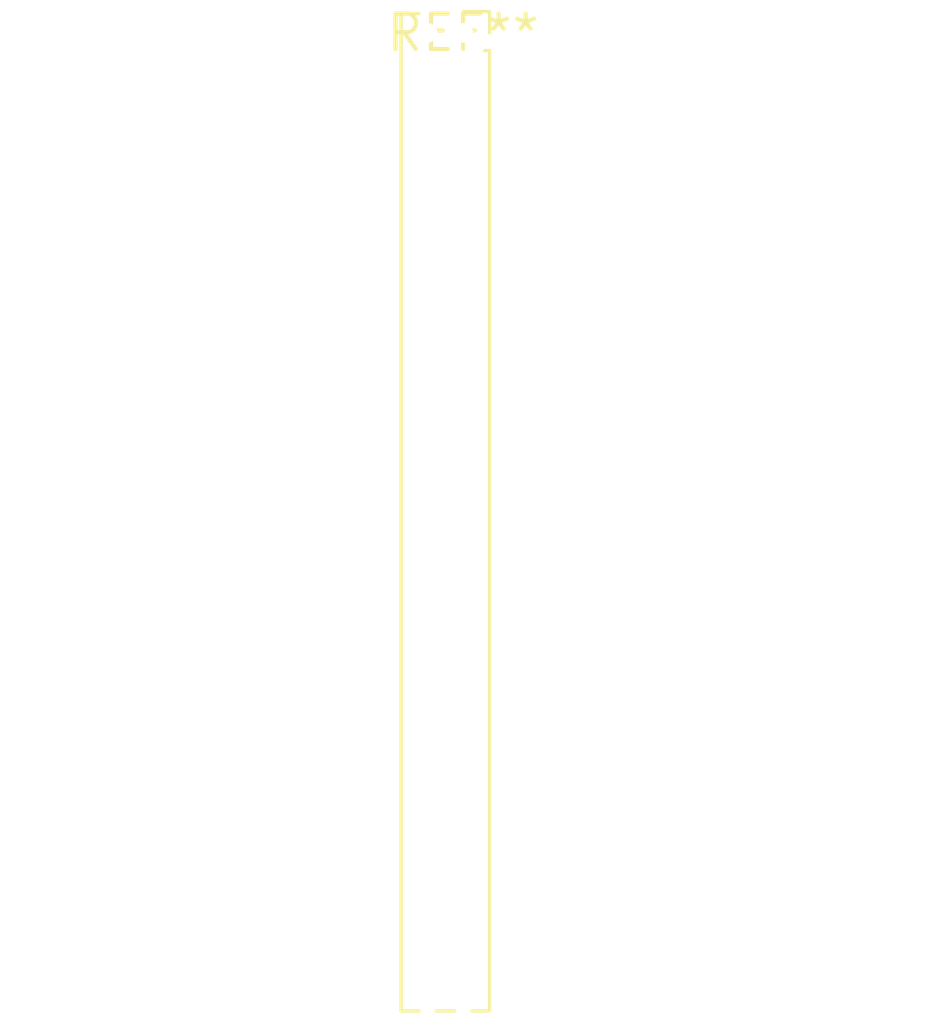
<source format=kicad_pcb>
(kicad_pcb (version 20240108) (generator pcbnew)
  (layers (0 "F.Cu" signal) (31 "B.Cu" signal) (34 "B.Paste" user) (35 "F.Paste" user) (36 "B.SilkS" user "B.Silkscreen") (37 "F.SilkS" user "F.Silkscreen") (38 "B.Mask" user) (39 "F.Mask" user) (44 "Edge.Cuts" user))
  (net 0 "")
  (footprint "PinSocket_2x28_P1.27mm_Vertical" (layer "F.Cu") (at 0 0)
    (property "Reference" "REF**")
    (property "Value" "PinSocket_2x28_P1.27mm_Vertical")
    (fp_line (start -2.22 -0.695) (end -2.22 34.985) (layer "F.SilkS") (stroke (width 0.12)))
    (fp_line (start -2.22 -0.695) (end -1.57753 -0.695) (layer "F.SilkS") (stroke (width 0.12)))
    (fp_line (start -2.22 34.985) (end -1.57753 34.985) (layer "F.SilkS") (stroke (width 0.12)))
    (fp_line (start -0.96247 -0.695) (end -0.76 -0.695) (layer "F.SilkS") (stroke (width 0.12)))
    (fp_line (start -0.96247 34.985) (end -0.30753 34.985) (layer "F.SilkS") (stroke (width 0.12)))
    (fp_line (start 0 -0.76) (end 0.95 -0.76) (layer "F.SilkS") (stroke (width 0.12)))
    (fp_line (start 0.30753 34.985) (end 0.95 34.985) (layer "F.SilkS") (stroke (width 0.12)))
    (fp_line (start 0.76 0.635) (end 0.95 0.635) (layer "F.SilkS") (stroke (width 0.12)))
    (fp_line (start 0.95 -0.76) (end 0.95 0) (layer "F.SilkS") (stroke (width 0.12)))
    (fp_line (start 0.95 0.635) (end 0.95 34.985) (layer "F.SilkS") (stroke (width 0.12)))
    (pad "1" thru_hole rect (at 0 0) (size 1 1) (drill 0.7) (layers *.Cu *.Mask) (remove_unused_layers))
    (pad "2" thru_hole oval (at -1.27 0) (size 1 1) (drill 0.7) (layers *.Cu *.Mask) (remove_unused_layers))
    (pad "3" thru_hole oval (at 0 1.27) (size 1 1) (drill 0.7) (layers *.Cu *.Mask) (remove_unused_layers))
    (pad "4" thru_hole oval (at -1.27 1.27) (size 1 1) (drill 0.7) (layers *.Cu *.Mask) (remove_unused_layers))
    (pad "5" thru_hole oval (at 0 2.54) (size 1 1) (drill 0.7) (layers *.Cu *.Mask) (remove_unused_layers))
    (pad "6" thru_hole oval (at -1.27 2.54) (size 1 1) (drill 0.7) (layers *.Cu *.Mask) (remove_unused_layers))
    (pad "7" thru_hole oval (at 0 3.81) (size 1 1) (drill 0.7) (layers *.Cu *.Mask) (remove_unused_layers))
    (pad "8" thru_hole oval (at -1.27 3.81) (size 1 1) (drill 0.7) (layers *.Cu *.Mask) (remove_unused_layers))
    (pad "9" thru_hole oval (at 0 5.08) (size 1 1) (drill 0.7) (layers *.Cu *.Mask) (remove_unused_layers))
    (pad "10" thru_hole oval (at -1.27 5.08) (size 1 1) (drill 0.7) (layers *.Cu *.Mask) (remove_unused_layers))
    (pad "11" thru_hole oval (at 0 6.35) (size 1 1) (drill 0.7) (layers *.Cu *.Mask) (remove_unused_layers))
    (pad "12" thru_hole oval (at -1.27 6.35) (size 1 1) (drill 0.7) (layers *.Cu *.Mask) (remove_unused_layers))
    (pad "13" thru_hole oval (at 0 7.62) (size 1 1) (drill 0.7) (layers *.Cu *.Mask) (remove_unused_layers))
    (pad "14" thru_hole oval (at -1.27 7.62) (size 1 1) (drill 0.7) (layers *.Cu *.Mask) (remove_unused_layers))
    (pad "15" thru_hole oval (at 0 8.89) (size 1 1) (drill 0.7) (layers *.Cu *.Mask) (remove_unused_layers))
    (pad "16" thru_hole oval (at -1.27 8.89) (size 1 1) (drill 0.7) (layers *.Cu *.Mask) (remove_unused_layers))
    (pad "17" thru_hole oval (at 0 10.16) (size 1 1) (drill 0.7) (layers *.Cu *.Mask) (remove_unused_layers))
    (pad "18" thru_hole oval (at -1.27 10.16) (size 1 1) (drill 0.7) (layers *.Cu *.Mask) (remove_unused_layers))
    (pad "19" thru_hole oval (at 0 11.43) (size 1 1) (drill 0.7) (layers *.Cu *.Mask) (remove_unused_layers))
    (pad "20" thru_hole oval (at -1.27 11.43) (size 1 1) (drill 0.7) (layers *.Cu *.Mask) (remove_unused_layers))
    (pad "21" thru_hole oval (at 0 12.7) (size 1 1) (drill 0.7) (layers *.Cu *.Mask) (remove_unused_layers))
    (pad "22" thru_hole oval (at -1.27 12.7) (size 1 1) (drill 0.7) (layers *.Cu *.Mask) (remove_unused_layers))
    (pad "23" thru_hole oval (at 0 13.97) (size 1 1) (drill 0.7) (layers *.Cu *.Mask) (remove_unused_layers))
    (pad "24" thru_hole oval (at -1.27 13.97) (size 1 1) (drill 0.7) (layers *.Cu *.Mask) (remove_unused_layers))
    (pad "25" thru_hole oval (at 0 15.24) (size 1 1) (drill 0.7) (layers *.Cu *.Mask) (remove_unused_layers))
    (pad "26" thru_hole oval (at -1.27 15.24) (size 1 1) (drill 0.7) (layers *.Cu *.Mask) (remove_unused_layers))
    (pad "27" thru_hole oval (at 0 16.51) (size 1 1) (drill 0.7) (layers *.Cu *.Mask) (remove_unused_layers))
    (pad "28" thru_hole oval (at -1.27 16.51) (size 1 1) (drill 0.7) (layers *.Cu *.Mask) (remove_unused_layers))
    (pad "29" thru_hole oval (at 0 17.78) (size 1 1) (drill 0.7) (layers *.Cu *.Mask) (remove_unused_layers))
    (pad "30" thru_hole oval (at -1.27 17.78) (size 1 1) (drill 0.7) (layers *.Cu *.Mask) (remove_unused_layers))
    (pad "31" thru_hole oval (at 0 19.05) (size 1 1) (drill 0.7) (layers *.Cu *.Mask) (remove_unused_layers))
    (pad "32" thru_hole oval (at -1.27 19.05) (size 1 1) (drill 0.7) (layers *.Cu *.Mask) (remove_unused_layers))
    (pad "33" thru_hole oval (at 0 20.32) (size 1 1) (drill 0.7) (layers *.Cu *.Mask) (remove_unused_layers))
    (pad "34" thru_hole oval (at -1.27 20.32) (size 1 1) (drill 0.7) (layers *.Cu *.Mask) (remove_unused_layers))
    (pad "35" thru_hole oval (at 0 21.59) (size 1 1) (drill 0.7) (layers *.Cu *.Mask) (remove_unused_layers))
    (pad "36" thru_hole oval (at -1.27 21.59) (size 1 1) (drill 0.7) (layers *.Cu *.Mask) (remove_unused_layers))
    (pad "37" thru_hole oval (at 0 22.86) (size 1 1) (drill 0.7) (layers *.Cu *.Mask) (remove_unused_layers))
    (pad "38" thru_hole oval (at -1.27 22.86) (size 1 1) (drill 0.7) (layers *.Cu *.Mask) (remove_unused_layers))
    (pad "39" thru_hole oval (at 0 24.13) (size 1 1) (drill 0.7) (layers *.Cu *.Mask) (remove_unused_layers))
    (pad "40" thru_hole oval (at -1.27 24.13) (size 1 1) (drill 0.7) (layers *.Cu *.Mask) (remove_unused_layers))
    (pad "41" thru_hole oval (at 0 25.4) (size 1 1) (drill 0.7) (layers *.Cu *.Mask) (remove_unused_layers))
    (pad "42" thru_hole oval (at -1.27 25.4) (size 1 1) (drill 0.7) (layers *.Cu *.Mask) (remove_unused_layers))
    (pad "43" thru_hole oval (at 0 26.67) (size 1 1) (drill 0.7) (layers *.Cu *.Mask) (remove_unused_layers))
    (pad "44" thru_hole oval (at -1.27 26.67) (size 1 1) (drill 0.7) (layers *.Cu *.Mask) (remove_unused_layers))
    (pad "45" thru_hole oval (at 0 27.94) (size 1 1) (drill 0.7) (layers *.Cu *.Mask) (remove_unused_layers))
    (pad "46" thru_hole oval (at -1.27 27.94) (size 1 1) (drill 0.7) (layers *.Cu *.Mask) (remove_unused_layers))
    (pad "47" thru_hole oval (at 0 29.21) (size 1 1) (drill 0.7) (layers *.Cu *.Mask) (remove_unused_layers))
    (pad "48" thru_hole oval (at -1.27 29.21) (size 1 1) (drill 0.7) (layers *.Cu *.Mask) (remove_unused_layers))
    (pad "49" thru_hole oval (at 0 30.48) (size 1 1) (drill 0.7) (layers *.Cu *.Mask) (remove_unused_layers))
    (pad "50" thru_hole oval (at -1.27 30.48) (size 1 1) (drill 0.7) (layers *.Cu *.Mask) (remove_unused_layers))
    (pad "51" thru_hole oval (at 0 31.75) (size 1 1) (drill 0.7) (layers *.Cu *.Mask) (remove_unused_layers))
    (pad "52" thru_hole oval (at -1.27 31.75) (size 1 1) (drill 0.7) (layers *.Cu *.Mask) (remove_unused_layers))
    (pad "53" thru_hole oval (at 0 33.02) (size 1 1) (drill 0.7) (layers *.Cu *.Mask) (remove_unused_layers))
    (pad "54" thru_hole oval (at -1.27 33.02) (size 1 1) (drill 0.7) (layers *.Cu *.Mask) (remove_unused_layers))
    (pad "55" thru_hole oval (at 0 34.29) (size 1 1) (drill 0.7) (layers *.Cu *.Mask) (remove_unused_layers))
    (pad "56" thru_hole oval (at -1.27 34.29) (size 1 1) (drill 0.7) (layers *.Cu *.Mask) (remove_unused_layers))
  )
)
</source>
